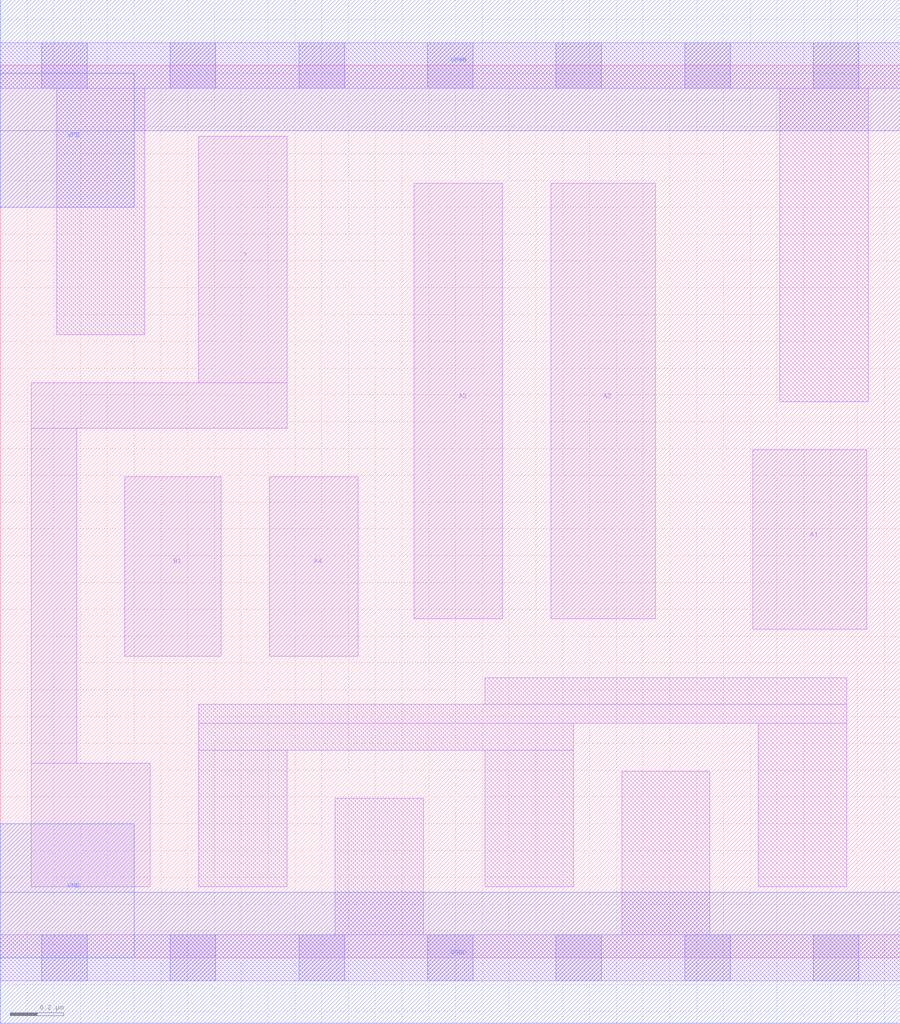
<source format=lef>
# Copyright 2020 The SkyWater PDK Authors
#
# Licensed under the Apache License, Version 2.0 (the "License");
# you may not use this file except in compliance with the License.
# You may obtain a copy of the License at
#
#     https://www.apache.org/licenses/LICENSE-2.0
#
# Unless required by applicable law or agreed to in writing, software
# distributed under the License is distributed on an "AS IS" BASIS,
# WITHOUT WARRANTIES OR CONDITIONS OF ANY KIND, either express or implied.
# See the License for the specific language governing permissions and
# limitations under the License.
#
# SPDX-License-Identifier: Apache-2.0

VERSION 5.5 ;
NAMESCASESENSITIVE ON ;
BUSBITCHARS "[]" ;
DIVIDERCHAR "/" ;
MACRO sky130_fd_sc_lp__o41ai_lp
  CLASS CORE ;
  SOURCE USER ;
  ORIGIN  0.000000  0.000000 ;
  SIZE  3.360000 BY  3.330000 ;
  SYMMETRY X Y R90 ;
  SITE unit ;
  PIN A1
    ANTENNAGATEAREA  0.313000 ;
    DIRECTION INPUT ;
    USE SIGNAL ;
    PORT
      LAYER li1 ;
        RECT 2.810000 1.225000 3.235000 1.895000 ;
    END
  END A1
  PIN A2
    ANTENNAGATEAREA  0.313000 ;
    DIRECTION INPUT ;
    USE SIGNAL ;
    PORT
      LAYER li1 ;
        RECT 2.055000 1.265000 2.445000 2.890000 ;
    END
  END A2
  PIN A3
    ANTENNAGATEAREA  0.313000 ;
    DIRECTION INPUT ;
    USE SIGNAL ;
    PORT
      LAYER li1 ;
        RECT 1.545000 1.265000 1.875000 2.890000 ;
    END
  END A3
  PIN A4
    ANTENNAGATEAREA  0.313000 ;
    DIRECTION INPUT ;
    USE SIGNAL ;
    PORT
      LAYER li1 ;
        RECT 1.005000 1.125000 1.335000 1.795000 ;
    END
  END A4
  PIN B1
    ANTENNAGATEAREA  0.313000 ;
    DIRECTION INPUT ;
    USE SIGNAL ;
    PORT
      LAYER li1 ;
        RECT 0.465000 1.125000 0.825000 1.795000 ;
    END
  END B1
  PIN Y
    ANTENNADIFFAREA  0.433300 ;
    DIRECTION OUTPUT ;
    USE SIGNAL ;
    PORT
      LAYER li1 ;
        RECT 0.115000 0.265000 0.560000 0.725000 ;
        RECT 0.115000 0.725000 0.285000 1.975000 ;
        RECT 0.115000 1.975000 1.070000 2.145000 ;
        RECT 0.740000 2.145000 1.070000 3.065000 ;
    END
  END Y
  PIN VGND
    DIRECTION INOUT ;
    USE GROUND ;
    PORT
      LAYER met1 ;
        RECT 0.000000 -0.245000 3.360000 0.245000 ;
    END
  END VGND
  PIN VNB
    DIRECTION INOUT ;
    USE GROUND ;
    PORT
    END
  END VNB
  PIN VPB
    DIRECTION INOUT ;
    USE POWER ;
    PORT
    END
  END VPB
  PIN VNB
    DIRECTION INOUT ;
    USE GROUND ;
    PORT
      LAYER met1 ;
        RECT 0.000000 0.000000 0.500000 0.500000 ;
    END
  END VNB
  PIN VPB
    DIRECTION INOUT ;
    USE POWER ;
    PORT
      LAYER met1 ;
        RECT 0.000000 2.800000 0.500000 3.300000 ;
    END
  END VPB
  PIN VPWR
    DIRECTION INOUT ;
    USE POWER ;
    PORT
      LAYER met1 ;
        RECT 0.000000 3.085000 3.360000 3.575000 ;
    END
  END VPWR
  OBS
    LAYER li1 ;
      RECT 0.000000 -0.085000 3.360000 0.085000 ;
      RECT 0.000000  3.245000 3.360000 3.415000 ;
      RECT 0.210000  2.325000 0.540000 3.245000 ;
      RECT 0.740000  0.265000 1.070000 0.775000 ;
      RECT 0.740000  0.775000 2.140000 0.875000 ;
      RECT 0.740000  0.875000 3.160000 0.945000 ;
      RECT 1.250000  0.085000 1.580000 0.595000 ;
      RECT 1.810000  0.265000 2.140000 0.775000 ;
      RECT 1.810000  0.945000 3.160000 1.045000 ;
      RECT 2.320000  0.085000 2.650000 0.695000 ;
      RECT 2.830000  0.265000 3.160000 0.875000 ;
      RECT 2.910000  2.075000 3.240000 3.245000 ;
    LAYER mcon ;
      RECT 0.155000 -0.085000 0.325000 0.085000 ;
      RECT 0.155000  3.245000 0.325000 3.415000 ;
      RECT 0.635000 -0.085000 0.805000 0.085000 ;
      RECT 0.635000  3.245000 0.805000 3.415000 ;
      RECT 1.115000 -0.085000 1.285000 0.085000 ;
      RECT 1.115000  3.245000 1.285000 3.415000 ;
      RECT 1.595000 -0.085000 1.765000 0.085000 ;
      RECT 1.595000  3.245000 1.765000 3.415000 ;
      RECT 2.075000 -0.085000 2.245000 0.085000 ;
      RECT 2.075000  3.245000 2.245000 3.415000 ;
      RECT 2.555000 -0.085000 2.725000 0.085000 ;
      RECT 2.555000  3.245000 2.725000 3.415000 ;
      RECT 3.035000 -0.085000 3.205000 0.085000 ;
      RECT 3.035000  3.245000 3.205000 3.415000 ;
  END
END sky130_fd_sc_lp__o41ai_lp
END LIBRARY

</source>
